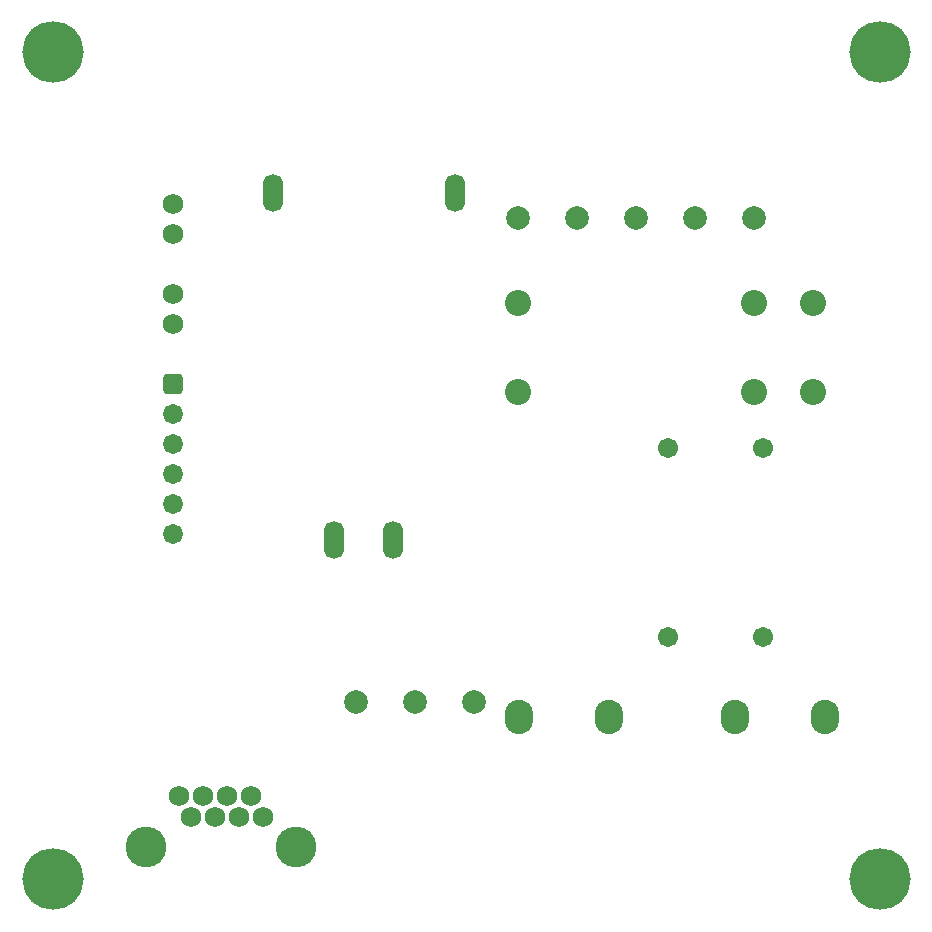
<source format=gbr>
%TF.GenerationSoftware,Altium Limited,Altium Designer,20.1.8 (145)*%
G04 Layer_Color=39423*
%FSLAX45Y45*%
%MOMM*%
%TF.SameCoordinates,6D2D8FCC-EB96-405E-AB85-A4400E8CD33B*%
%TF.FilePolarity,Negative*%
%TF.FileFunction,Soldermask,Top*%
%TF.Part,Single*%
G01*
G75*
%TA.AperFunction,ComponentPad*%
%ADD54C,1.72720*%
%ADD55C,3.45440*%
%ADD56C,2.00320*%
%ADD57C,2.20320*%
%ADD58C,1.70320*%
%ADD59O,2.40320X2.90320*%
%ADD60O,1.70320X3.20320*%
G04:AMPARAMS|DCode=61|XSize=1.7032mm|YSize=1.6532mm|CornerRadius=0.28285mm|HoleSize=0mm|Usage=FLASHONLY|Rotation=270.000|XOffset=0mm|YOffset=0mm|HoleType=Round|Shape=RoundedRectangle|*
%AMROUNDEDRECTD61*
21,1,1.70320,1.08750,0,0,270.0*
21,1,1.13750,1.65320,0,0,270.0*
1,1,0.56570,-0.54375,-0.56875*
1,1,0.56570,-0.54375,0.56875*
1,1,0.56570,0.54375,0.56875*
1,1,0.56570,0.54375,-0.56875*
%
%ADD61ROUNDEDRECTD61*%
%ADD62O,1.65320X1.70320*%
%TA.AperFunction,ViaPad*%
%ADD63C,5.20320*%
D54*
X1513200Y5199000D02*
D03*
Y5453000D02*
D03*
X1668600Y1025000D02*
D03*
X1567000Y1202800D02*
D03*
X1871800Y1025000D02*
D03*
X1770200Y1202800D02*
D03*
X2075000Y1025000D02*
D03*
X1973400Y1202800D02*
D03*
X2278200Y1025000D02*
D03*
X2176600Y1202800D02*
D03*
X1513200Y5961000D02*
D03*
Y6215000D02*
D03*
D55*
X2557600Y771000D02*
D03*
X1287600D02*
D03*
D56*
X4438800Y6100000D02*
D03*
X4938800D02*
D03*
X5438800D02*
D03*
X5938800D02*
D03*
X6438800D02*
D03*
X3066820Y2000000D02*
D03*
X3566820D02*
D03*
X4066820D02*
D03*
D57*
X6938800Y4626000D02*
D03*
Y5376000D02*
D03*
X6438800Y4626000D02*
D03*
Y5376000D02*
D03*
X4438800D02*
D03*
Y4626000D02*
D03*
D58*
X5711000Y2547440D02*
D03*
X6511000D02*
D03*
Y4147440D02*
D03*
X5711000D02*
D03*
D59*
X5206900Y1873000D02*
D03*
X4444900D02*
D03*
X7035700D02*
D03*
X6273700D02*
D03*
D60*
X3903200Y6312600D02*
D03*
X2363200D02*
D03*
X3383200Y3372600D02*
D03*
X2883200D02*
D03*
D61*
X1513200Y4691000D02*
D03*
D62*
Y4437000D02*
D03*
Y4183000D02*
D03*
Y3929000D02*
D03*
Y3675000D02*
D03*
Y3421000D02*
D03*
D63*
X7500000Y7500000D02*
D03*
X500000D02*
D03*
X7500000Y500000D02*
D03*
X500000D02*
D03*
%TF.MD5,32313b0c7a060bfb8299e01cfd511c76*%
M02*

</source>
